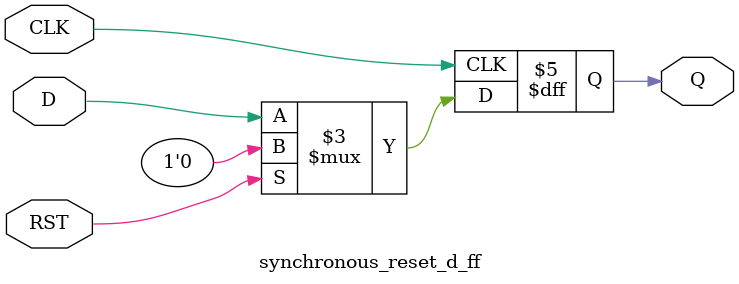
<source format=v>
module synchronous_reset_d_ff (D,CLK,RST,Q);
	input D,CLK,RST;
	output reg Q;
	always @(posedge CLK ) begin : proc_
		if(RST) begin
			Q<=0;
		end else begin
			 Q<=D ;
		end
	end

endmodule 
 /*
module Asynchronous_reset_d_ff (D,CLK,RST,Q);
	input D,CLK,RSTL;
	output reg Q;
	always @(posedge CLK or posedge RST ) begin : proc_
		if(RST) begin
			Q<=0;
		end else begin
			 Q<=D ;
		end
	end

endmodule 
*/

</source>
